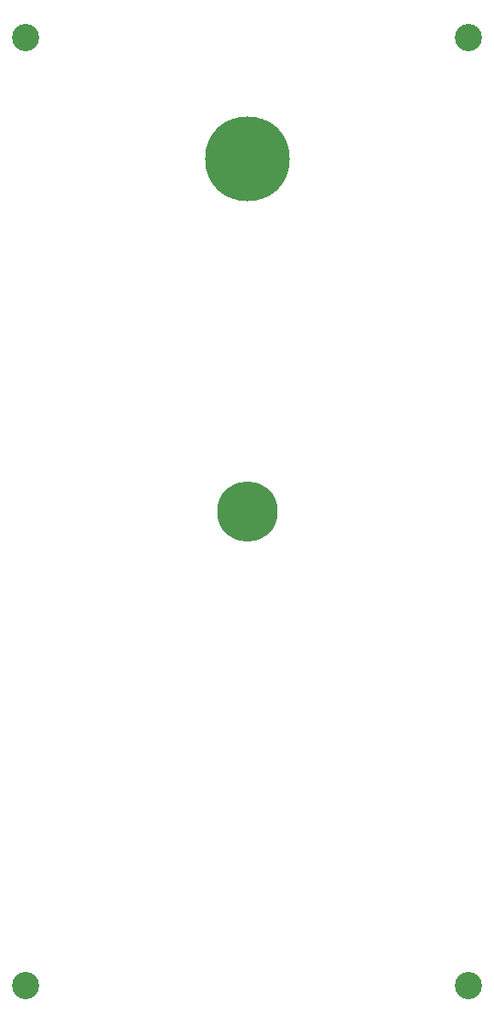
<source format=gbr>
%TF.GenerationSoftware,KiCad,Pcbnew,7.0.9*%
%TF.CreationDate,2024-05-22T12:08:37+01:00*%
%TF.ProjectId,Esp32EduModular-Acc-Panel,45737033-3245-4647-954d-6f64756c6172,rev?*%
%TF.SameCoordinates,Original*%
%TF.FileFunction,Soldermask,Top*%
%TF.FilePolarity,Negative*%
%FSLAX46Y46*%
G04 Gerber Fmt 4.6, Leading zero omitted, Abs format (unit mm)*
G04 Created by KiCad (PCBNEW 7.0.9) date 2024-05-22 12:08:37*
%MOMM*%
%LPD*%
G01*
G04 APERTURE LIST*
%ADD10C,8.400000*%
%ADD11C,6.000000*%
%ADD12C,2.700000*%
G04 APERTURE END LIST*
D10*
%TO.C,REF\u002A\u002A*%
X75000000Y-65000000D03*
%TD*%
D11*
%TO.C,REF\u002A\u002A*%
X75000000Y-100000000D03*
%TD*%
D12*
%TO.C,MK1*%
X53000000Y-53000000D03*
%TD*%
%TO.C,MK4*%
X97000000Y-147000000D03*
%TD*%
%TO.C,MK3*%
X53000000Y-147000000D03*
%TD*%
%TO.C,MK2*%
X97000000Y-53000000D03*
%TD*%
M02*

</source>
